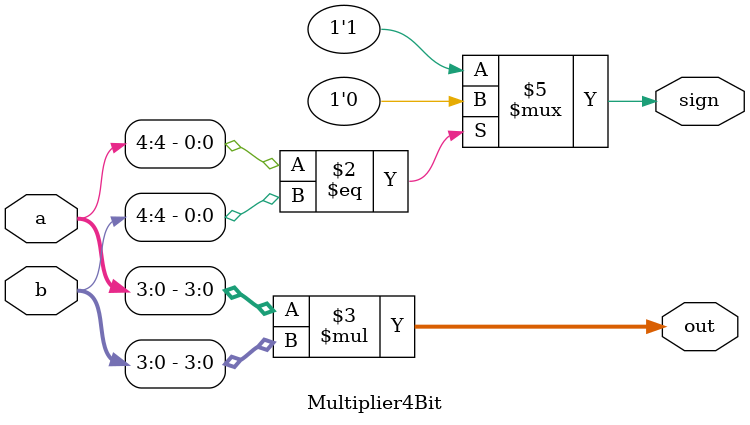
<source format=v>
`timescale 1ns / 1ps
module Multiplier4Bit(
    input [4:0] a,
    input [4:0] b,
    output reg sign,
    output reg [7:0] out
    );

always @ (*) 
begin
    if (a[4] == b[4])
    begin
        sign <= 0;
    end
    else 
    begin
        sign <= 1;
    end
    out <= a[3:0] * b[3:0];
end

endmodule

</source>
